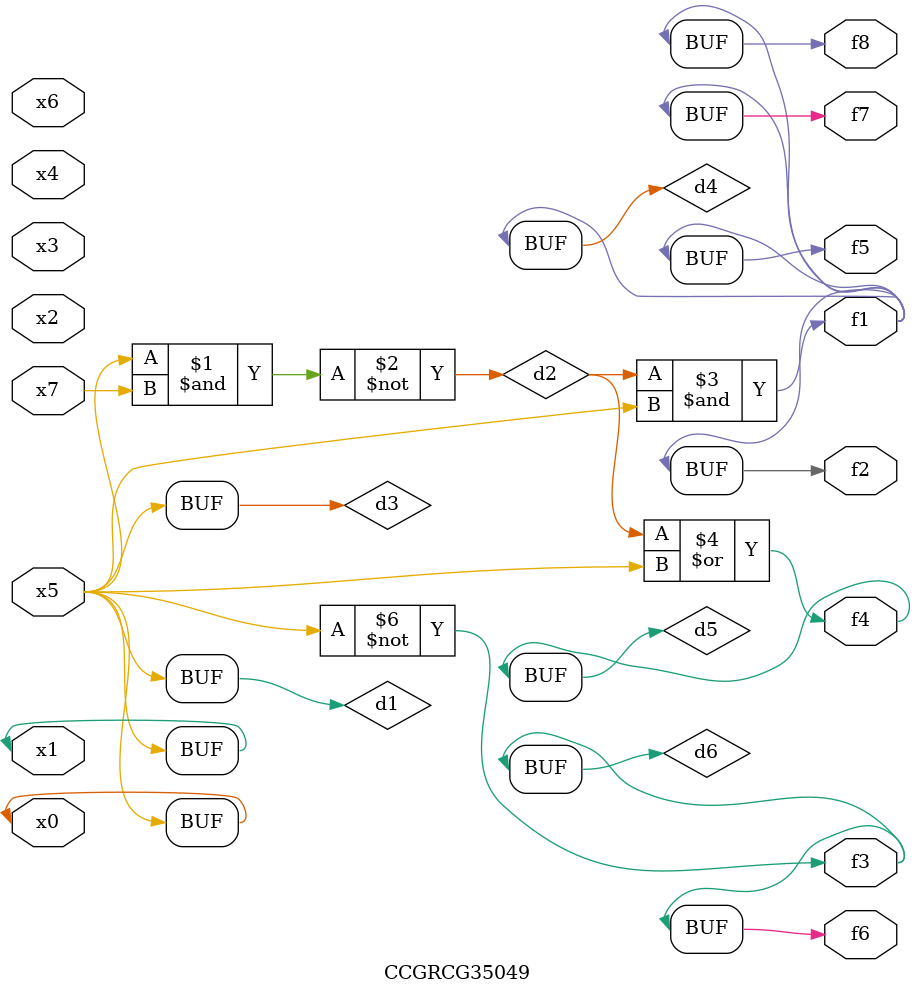
<source format=v>
module CCGRCG35049(
	input x0, x1, x2, x3, x4, x5, x6, x7,
	output f1, f2, f3, f4, f5, f6, f7, f8
);

	wire d1, d2, d3, d4, d5, d6;

	buf (d1, x0, x5);
	nand (d2, x5, x7);
	buf (d3, x0, x1);
	and (d4, d2, d3);
	or (d5, d2, d3);
	nor (d6, d1, d3);
	assign f1 = d4;
	assign f2 = d4;
	assign f3 = d6;
	assign f4 = d5;
	assign f5 = d4;
	assign f6 = d6;
	assign f7 = d4;
	assign f8 = d4;
endmodule

</source>
